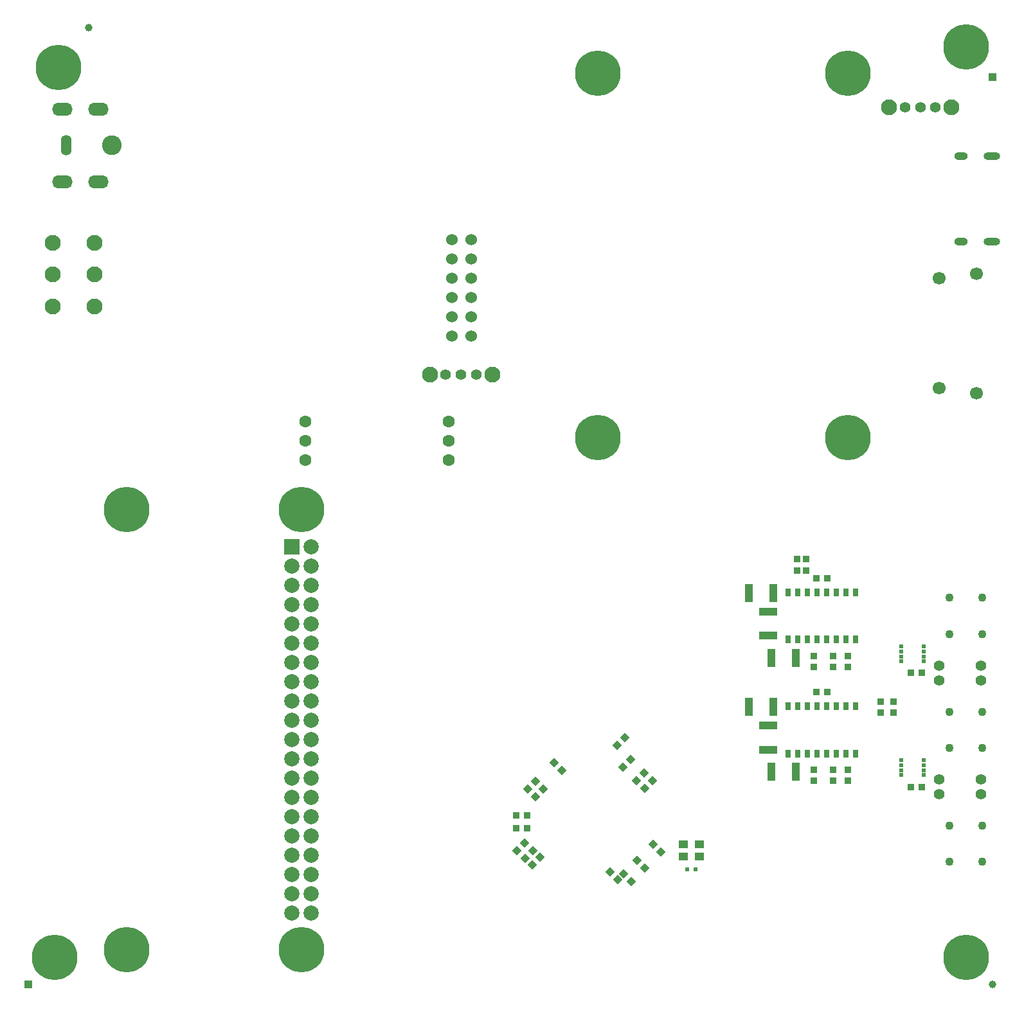
<source format=gbr>
%TF.GenerationSoftware,Altium Limited,Altium Designer,22.4.2 (48)*%
G04 Layer_Color=255*
%FSLAX26Y26*%
%MOIN*%
%TF.SameCoordinates,0D1A2E3A-66A7-4FCB-BFB3-5B9149DA6B87*%
%TF.FilePolarity,Positive*%
%TF.FileFunction,Pads,Bot*%
%TF.Part,Single*%
G01*
G75*
%TA.AperFunction,SMDPad,CuDef*%
%ADD31R,0.023622X0.023622*%
%ADD43R,0.035433X0.033465*%
%ADD51R,0.043307X0.094488*%
%ADD52R,0.033465X0.035433*%
%TA.AperFunction,FiducialPad,Global*%
%ADD58C,0.039370*%
%ADD59R,0.039370X0.039370*%
%TA.AperFunction,ComponentPad*%
%ADD69O,0.086614X0.039370*%
%ADD70O,0.070866X0.039370*%
%ADD71C,0.043307*%
%ADD72C,0.082677*%
%ADD73R,0.078740X0.078740*%
%ADD74C,0.078740*%
%ADD75C,0.055118*%
%ADD76O,0.106299X0.066929*%
%ADD77O,0.055118X0.106299*%
%ADD78C,0.102362*%
%ADD79C,0.062992*%
%ADD80C,0.236220*%
%ADD81C,0.066929*%
%ADD82C,0.060000*%
%TA.AperFunction,SMDPad,CuDef*%
%ADD93R,0.029921X0.043307*%
%ADD94R,0.018504X0.019685*%
%ADD95R,0.051181X0.043307*%
G04:AMPARAMS|DCode=96|XSize=33.465mil|YSize=35.433mil|CornerRadius=0mil|HoleSize=0mil|Usage=FLASHONLY|Rotation=225.000|XOffset=0mil|YOffset=0mil|HoleType=Round|Shape=Rectangle|*
%AMROTATEDRECTD96*
4,1,4,-0.000696,0.024359,0.024359,-0.000696,0.000696,-0.024359,-0.024359,0.000696,-0.000696,0.024359,0.0*
%
%ADD96ROTATEDRECTD96*%

G04:AMPARAMS|DCode=97|XSize=33.465mil|YSize=35.433mil|CornerRadius=0mil|HoleSize=0mil|Usage=FLASHONLY|Rotation=315.000|XOffset=0mil|YOffset=0mil|HoleType=Round|Shape=Rectangle|*
%AMROTATEDRECTD97*
4,1,4,-0.024359,-0.000696,0.000696,0.024359,0.024359,0.000696,-0.000696,-0.024359,-0.024359,-0.000696,0.0*
%
%ADD97ROTATEDRECTD97*%

%ADD98R,0.094488X0.043307*%
D31*
X4461614Y1638780D02*
D03*
X4504921D02*
D03*
D43*
X5078740Y3189961D02*
D03*
Y3247047D02*
D03*
X5295276Y2154528D02*
D03*
Y2097441D02*
D03*
X5118110Y2154528D02*
D03*
Y2097441D02*
D03*
X5216535Y2154528D02*
D03*
Y2097441D02*
D03*
X5295276Y2745079D02*
D03*
Y2687992D02*
D03*
X5118110Y2745079D02*
D03*
Y2687992D02*
D03*
X5216535Y2745079D02*
D03*
Y2687992D02*
D03*
X5531496Y2451772D02*
D03*
Y2508858D02*
D03*
X5462598Y2451772D02*
D03*
Y2508858D02*
D03*
X5029528Y3189961D02*
D03*
Y3247047D02*
D03*
D51*
X5023622Y2736220D02*
D03*
X4897638D02*
D03*
X5023622Y2145669D02*
D03*
X4897638D02*
D03*
X4905512Y2480315D02*
D03*
X4779528D02*
D03*
X4905512Y3070866D02*
D03*
X4779528D02*
D03*
D52*
X5621063Y2066929D02*
D03*
X5678150D02*
D03*
X5621063Y2657480D02*
D03*
X5678150D02*
D03*
X5186024Y2559055D02*
D03*
X5128937D02*
D03*
X5186024Y3149606D02*
D03*
X5128937D02*
D03*
X3630905Y1917323D02*
D03*
X3573819D02*
D03*
X3630905Y1850394D02*
D03*
X3573819D02*
D03*
D58*
X1358268Y6003937D02*
D03*
X6043307Y1043307D02*
D03*
D59*
Y5748032D02*
D03*
X1043307Y1043307D02*
D03*
D69*
X6039370Y4896850D02*
D03*
Y5339370D02*
D03*
D70*
X5881890Y4896850D02*
D03*
Y5339370D02*
D03*
D71*
X5990158Y2858268D02*
D03*
Y3047244D02*
D03*
X5820866D02*
D03*
Y2858268D02*
D03*
X5990158Y1677165D02*
D03*
Y1866142D02*
D03*
X5820866D02*
D03*
Y1677165D02*
D03*
X5990158Y2267716D02*
D03*
Y2456693D02*
D03*
X5820866D02*
D03*
Y2267716D02*
D03*
D72*
X1171260Y4559055D02*
D03*
Y4724409D02*
D03*
Y4889764D02*
D03*
X1387795Y4559055D02*
D03*
Y4724409D02*
D03*
Y4889764D02*
D03*
X5830709Y5590551D02*
D03*
X5507874D02*
D03*
X3125984Y4204724D02*
D03*
X3448819D02*
D03*
D73*
X2410866Y3312205D02*
D03*
D74*
X2510866D02*
D03*
X2410866Y3212205D02*
D03*
X2510866D02*
D03*
X2410866Y3112205D02*
D03*
X2510866D02*
D03*
X2410866Y3012205D02*
D03*
X2510866D02*
D03*
X2410866Y2912205D02*
D03*
X2510866D02*
D03*
X2410866Y2812205D02*
D03*
X2510866D02*
D03*
X2410866Y2712205D02*
D03*
X2510866D02*
D03*
X2410866Y2612205D02*
D03*
X2510866D02*
D03*
X2410866Y2512205D02*
D03*
X2510866D02*
D03*
X2410866Y2412205D02*
D03*
X2510866D02*
D03*
X2410866Y2312205D02*
D03*
X2510866D02*
D03*
X2410866Y2212205D02*
D03*
X2510866D02*
D03*
X2410866Y2112205D02*
D03*
X2510866D02*
D03*
X2410866Y2012205D02*
D03*
X2510866D02*
D03*
X2410866Y1912205D02*
D03*
X2510866D02*
D03*
X2410866Y1812205D02*
D03*
X2510866D02*
D03*
X2410866Y1712205D02*
D03*
X2510866D02*
D03*
X2410866Y1612205D02*
D03*
X2510866D02*
D03*
X2410866Y1512205D02*
D03*
X2510866D02*
D03*
X2410866Y1412205D02*
D03*
X2510866D02*
D03*
D75*
X5984252Y2618110D02*
D03*
Y2696850D02*
D03*
X5590551Y5590551D02*
D03*
X5669291D02*
D03*
X5748032D02*
D03*
X3366142Y4204724D02*
D03*
X3287402D02*
D03*
X3208661D02*
D03*
X5767717Y2106299D02*
D03*
Y2027559D02*
D03*
Y2696850D02*
D03*
Y2618110D02*
D03*
X5984252Y2027559D02*
D03*
Y2106299D02*
D03*
D76*
X1220472Y5206693D02*
D03*
Y5580709D02*
D03*
X1405512D02*
D03*
Y5206693D02*
D03*
D77*
X1240158Y5393701D02*
D03*
D78*
X1476378D02*
D03*
D79*
X3224409Y3762205D02*
D03*
Y3862205D02*
D03*
Y3962205D02*
D03*
X2480315Y3762205D02*
D03*
Y3862205D02*
D03*
Y3962205D02*
D03*
D80*
X5905512Y5905512D02*
D03*
X2460630Y3503937D02*
D03*
X1181102Y1181102D02*
D03*
X1200000Y5800000D02*
D03*
X5905512Y1181102D02*
D03*
X3996063Y3877953D02*
D03*
X5295276D02*
D03*
X3996063Y5767717D02*
D03*
X5295276D02*
D03*
X1555118Y3503937D02*
D03*
X2460630Y1220472D02*
D03*
X1555118D02*
D03*
D81*
X5767717Y4704724D02*
D03*
X5960630Y4728346D02*
D03*
X5767717Y4133858D02*
D03*
X5960630Y4110236D02*
D03*
D82*
X3239961Y4406299D02*
D03*
X3339961D02*
D03*
Y4906299D02*
D03*
X3239961D02*
D03*
X3339961Y4806299D02*
D03*
X3239961D02*
D03*
Y4706299D02*
D03*
X3339961D02*
D03*
X3239961Y4606299D02*
D03*
X3339961D02*
D03*
X3239961Y4506299D02*
D03*
X3339961D02*
D03*
D93*
X5182480Y2830709D02*
D03*
X5232480D02*
D03*
X5282480D02*
D03*
X5332480D02*
D03*
X5132480D02*
D03*
X5082480D02*
D03*
X5032480D02*
D03*
X4982480D02*
D03*
X5132480Y3074803D02*
D03*
X5082480D02*
D03*
X5032480D02*
D03*
X4982480D02*
D03*
X5182480D02*
D03*
X5232480D02*
D03*
X5282480D02*
D03*
X5332480D02*
D03*
X5182480Y2240157D02*
D03*
X5232480D02*
D03*
X5282480D02*
D03*
X5332480D02*
D03*
X5132480D02*
D03*
X5082480D02*
D03*
X5032480D02*
D03*
X4982480D02*
D03*
X5132480Y2484252D02*
D03*
X5082480D02*
D03*
X5032480D02*
D03*
X4982480D02*
D03*
X5182480D02*
D03*
X5232480D02*
D03*
X5282480D02*
D03*
X5332480D02*
D03*
D94*
X5571850Y2717520D02*
D03*
Y2743110D02*
D03*
Y2768701D02*
D03*
X5687992Y2794291D02*
D03*
Y2768701D02*
D03*
Y2743110D02*
D03*
Y2717520D02*
D03*
X5571850Y2794291D02*
D03*
Y2126968D02*
D03*
Y2152559D02*
D03*
Y2178150D02*
D03*
X5687992Y2203740D02*
D03*
Y2178150D02*
D03*
Y2152559D02*
D03*
Y2126968D02*
D03*
X5571850Y2203740D02*
D03*
D95*
X4524606Y1704725D02*
D03*
X4441929D02*
D03*
Y1769685D02*
D03*
X4524606D02*
D03*
D96*
X3618608Y1776089D02*
D03*
X3578242Y1735722D02*
D03*
X4137309Y2322349D02*
D03*
X4096943Y2281982D02*
D03*
X4239659Y2058557D02*
D03*
X4280026Y2098923D02*
D03*
X4196352Y2097927D02*
D03*
X4236719Y2138293D02*
D03*
X4125486Y2168793D02*
D03*
X4165852Y2209160D02*
D03*
X3621549Y1696352D02*
D03*
X3661916Y1736719D02*
D03*
X3656982Y1660919D02*
D03*
X3697349Y1701285D02*
D03*
D97*
X4129423Y1614671D02*
D03*
X4169789Y1574305D02*
D03*
X4282966Y1768215D02*
D03*
X4323333Y1727848D02*
D03*
X4099908Y1586116D02*
D03*
X4059541Y1626482D02*
D03*
X3811522Y2153045D02*
D03*
X3771155Y2193412D02*
D03*
X3713097Y2054620D02*
D03*
X3672730Y2094986D02*
D03*
X3673727Y2015250D02*
D03*
X3633360Y2055616D02*
D03*
X4200289Y1685537D02*
D03*
X4240656Y1645171D02*
D03*
D98*
X4881890Y2385827D02*
D03*
Y2259843D02*
D03*
Y2976378D02*
D03*
Y2850394D02*
D03*
%TF.MD5,09e7742fa76e3304bd4b58b5bf2965d2*%
M02*

</source>
